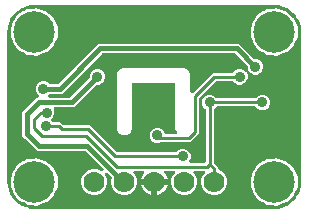
<source format=gbr>
G04 EAGLE Gerber RS-274X export*
G75*
%MOMM*%
%FSLAX34Y34*%
%LPD*%
%INBottom Copper*%
%IPPOS*%
%AMOC8*
5,1,8,0,0,1.08239X$1,22.5*%
G01*
%ADD10C,3.516000*%
%ADD11C,1.778000*%
%ADD12C,0.906400*%
%ADD13C,0.254000*%
%ADD14C,0.889000*%
%ADD15C,0.406400*%

G36*
X228622Y2543D02*
X228622Y2543D01*
X228700Y2545D01*
X232077Y2810D01*
X232145Y2824D01*
X232214Y2829D01*
X232370Y2869D01*
X238794Y4956D01*
X238901Y5006D01*
X239012Y5050D01*
X239063Y5083D01*
X239082Y5091D01*
X239097Y5104D01*
X239148Y5136D01*
X244612Y9107D01*
X244699Y9188D01*
X244746Y9227D01*
X244752Y9231D01*
X244753Y9233D01*
X244791Y9264D01*
X244829Y9310D01*
X244844Y9324D01*
X244855Y9341D01*
X244893Y9387D01*
X246586Y11717D01*
X246599Y11741D01*
X246616Y11761D01*
X246675Y11879D01*
X246739Y11996D01*
X246746Y12022D01*
X246758Y12046D01*
X246785Y12174D01*
X246799Y12185D01*
X246823Y12196D01*
X246925Y12281D01*
X247031Y12361D01*
X247048Y12382D01*
X247068Y12398D01*
X247171Y12522D01*
X248864Y14852D01*
X248921Y14956D01*
X248985Y15056D01*
X249007Y15113D01*
X249017Y15131D01*
X249022Y15151D01*
X249044Y15206D01*
X251131Y21630D01*
X251144Y21698D01*
X251167Y21764D01*
X251190Y21923D01*
X251455Y25300D01*
X251455Y25304D01*
X251456Y25307D01*
X251455Y25326D01*
X251459Y25400D01*
X251459Y152400D01*
X251457Y152422D01*
X251455Y152500D01*
X251190Y155877D01*
X251176Y155945D01*
X251171Y156014D01*
X251131Y156170D01*
X249044Y162594D01*
X248993Y162701D01*
X248950Y162812D01*
X248917Y162863D01*
X248909Y162882D01*
X248896Y162897D01*
X248864Y162948D01*
X247171Y165278D01*
X247153Y165297D01*
X247139Y165320D01*
X247044Y165413D01*
X246953Y165509D01*
X246931Y165524D01*
X246912Y165542D01*
X246798Y165608D01*
X246792Y165624D01*
X246789Y165651D01*
X246740Y165775D01*
X246697Y165900D01*
X246682Y165922D01*
X246672Y165947D01*
X246586Y166083D01*
X244893Y168412D01*
X244812Y168499D01*
X244736Y168591D01*
X244690Y168629D01*
X244676Y168644D01*
X244658Y168655D01*
X244612Y168693D01*
X239148Y172664D01*
X239044Y172721D01*
X238944Y172785D01*
X238887Y172807D01*
X238869Y172817D01*
X238849Y172822D01*
X238794Y172844D01*
X232370Y174931D01*
X232302Y174944D01*
X232236Y174967D01*
X232077Y174990D01*
X228700Y175255D01*
X228678Y175254D01*
X228600Y175259D01*
X25400Y175259D01*
X25378Y175257D01*
X25300Y175255D01*
X21923Y174990D01*
X21855Y174976D01*
X21786Y174971D01*
X21630Y174931D01*
X18892Y174041D01*
X18867Y174030D01*
X18841Y174024D01*
X18724Y173963D01*
X18604Y173906D01*
X18583Y173889D01*
X18560Y173877D01*
X18462Y173789D01*
X18445Y173788D01*
X18418Y173793D01*
X18286Y173785D01*
X18153Y173783D01*
X18128Y173775D01*
X18101Y173774D01*
X17945Y173734D01*
X15206Y172844D01*
X15099Y172793D01*
X14988Y172750D01*
X14937Y172717D01*
X14918Y172709D01*
X14903Y172696D01*
X14852Y172664D01*
X9388Y168693D01*
X9301Y168612D01*
X9209Y168536D01*
X9171Y168490D01*
X9156Y168476D01*
X9145Y168458D01*
X9107Y168412D01*
X5136Y162948D01*
X5079Y162844D01*
X5015Y162744D01*
X4993Y162687D01*
X4983Y162669D01*
X4978Y162649D01*
X4956Y162594D01*
X2869Y156170D01*
X2856Y156102D01*
X2833Y156036D01*
X2810Y155877D01*
X2545Y152500D01*
X2546Y152478D01*
X2541Y152400D01*
X2541Y25400D01*
X2543Y25378D01*
X2545Y25300D01*
X2810Y21923D01*
X2824Y21855D01*
X2829Y21786D01*
X2869Y21630D01*
X4956Y15206D01*
X5006Y15099D01*
X5050Y14988D01*
X5083Y14937D01*
X5091Y14918D01*
X5104Y14903D01*
X5136Y14852D01*
X9107Y9388D01*
X9127Y9366D01*
X9138Y9348D01*
X9184Y9305D01*
X9188Y9301D01*
X9264Y9209D01*
X9310Y9171D01*
X9324Y9156D01*
X9342Y9145D01*
X9388Y9107D01*
X14852Y5136D01*
X14956Y5079D01*
X15056Y5015D01*
X15113Y4993D01*
X15131Y4983D01*
X15151Y4978D01*
X15206Y4956D01*
X17945Y4066D01*
X17971Y4061D01*
X17996Y4051D01*
X18127Y4031D01*
X18257Y4006D01*
X18284Y4008D01*
X18310Y4004D01*
X18441Y4018D01*
X18455Y4008D01*
X18474Y3989D01*
X18585Y3917D01*
X18694Y3842D01*
X18719Y3832D01*
X18742Y3818D01*
X18891Y3759D01*
X21630Y2869D01*
X21698Y2856D01*
X21764Y2833D01*
X21923Y2810D01*
X25300Y2545D01*
X25322Y2546D01*
X25400Y2541D01*
X228600Y2541D01*
X228622Y2543D01*
G37*
%LPC*%
G36*
X74027Y14477D02*
X74027Y14477D01*
X70013Y16140D01*
X66940Y19213D01*
X65277Y23227D01*
X65277Y27573D01*
X66940Y31587D01*
X70013Y34660D01*
X74027Y36323D01*
X78373Y36323D01*
X82231Y34724D01*
X82299Y34706D01*
X82363Y34678D01*
X82452Y34664D01*
X82538Y34640D01*
X82608Y34639D01*
X82677Y34628D01*
X82766Y34637D01*
X82856Y34635D01*
X82924Y34652D01*
X82994Y34658D01*
X83078Y34689D01*
X83165Y34710D01*
X83227Y34742D01*
X83293Y34766D01*
X83367Y34816D01*
X83447Y34858D01*
X83498Y34905D01*
X83556Y34944D01*
X83616Y35012D01*
X83682Y35072D01*
X83720Y35130D01*
X83766Y35183D01*
X83807Y35263D01*
X83857Y35338D01*
X83879Y35404D01*
X83911Y35466D01*
X83931Y35554D01*
X83960Y35639D01*
X83965Y35708D01*
X83981Y35776D01*
X83978Y35866D01*
X83985Y35956D01*
X83973Y36024D01*
X83971Y36094D01*
X83946Y36180D01*
X83931Y36269D01*
X83902Y36333D01*
X83883Y36400D01*
X83837Y36477D01*
X83800Y36559D01*
X83757Y36614D01*
X83721Y36674D01*
X83615Y36794D01*
X68966Y51444D01*
X68887Y51504D01*
X68815Y51572D01*
X68762Y51601D01*
X68714Y51638D01*
X68623Y51678D01*
X68537Y51726D01*
X68478Y51741D01*
X68423Y51765D01*
X68325Y51780D01*
X68229Y51805D01*
X68129Y51811D01*
X68108Y51815D01*
X68096Y51813D01*
X68068Y51815D01*
X27526Y51815D01*
X24774Y54568D01*
X17738Y61604D01*
X14985Y64356D01*
X14985Y84234D01*
X27526Y96775D01*
X28037Y96775D01*
X28175Y96792D01*
X28313Y96805D01*
X28332Y96812D01*
X28353Y96815D01*
X28482Y96866D01*
X28613Y96913D01*
X28630Y96924D01*
X28648Y96932D01*
X28761Y97013D01*
X28876Y97091D01*
X28889Y97107D01*
X28906Y97118D01*
X28994Y97226D01*
X29086Y97330D01*
X29096Y97348D01*
X29108Y97363D01*
X29168Y97489D01*
X29231Y97613D01*
X29235Y97633D01*
X29244Y97651D01*
X29270Y97788D01*
X29301Y97923D01*
X29300Y97944D01*
X29304Y97963D01*
X29295Y98102D01*
X29291Y98241D01*
X29285Y98261D01*
X29284Y98281D01*
X29241Y98413D01*
X29203Y98547D01*
X29192Y98564D01*
X29186Y98583D01*
X29112Y98701D01*
X29041Y98821D01*
X29022Y98842D01*
X29016Y98852D01*
X29001Y98866D01*
X28935Y98941D01*
X27455Y100421D01*
X26455Y102834D01*
X26455Y105446D01*
X27455Y107859D01*
X29301Y109705D01*
X31714Y110705D01*
X34326Y110705D01*
X36739Y109705D01*
X37867Y108576D01*
X37946Y108516D01*
X38018Y108448D01*
X38071Y108419D01*
X38119Y108382D01*
X38210Y108342D01*
X38296Y108294D01*
X38355Y108279D01*
X38411Y108255D01*
X38509Y108240D01*
X38604Y108215D01*
X38704Y108209D01*
X38725Y108205D01*
X38737Y108207D01*
X38765Y108205D01*
X44781Y108205D01*
X44879Y108217D01*
X44978Y108220D01*
X45036Y108237D01*
X45096Y108245D01*
X45188Y108281D01*
X45283Y108309D01*
X45335Y108339D01*
X45392Y108362D01*
X45472Y108420D01*
X45557Y108470D01*
X45633Y108536D01*
X45649Y108548D01*
X45657Y108558D01*
X45678Y108576D01*
X79596Y142495D01*
X198534Y142495D01*
X211292Y129736D01*
X211370Y129676D01*
X211442Y129608D01*
X211495Y129579D01*
X211543Y129542D01*
X211634Y129502D01*
X211721Y129454D01*
X211779Y129439D01*
X211835Y129415D01*
X211933Y129400D01*
X212029Y129375D01*
X212129Y129369D01*
X212149Y129365D01*
X212161Y129367D01*
X212189Y129365D01*
X213786Y129365D01*
X216199Y128365D01*
X218045Y126519D01*
X219045Y124106D01*
X219045Y121494D01*
X218045Y119081D01*
X216199Y117235D01*
X213786Y116235D01*
X211174Y116235D01*
X208761Y117235D01*
X207330Y118666D01*
X207275Y118709D01*
X207227Y118759D01*
X207150Y118806D01*
X207079Y118861D01*
X207015Y118888D01*
X206955Y118925D01*
X206870Y118951D01*
X206787Y118987D01*
X206718Y118998D01*
X206664Y119015D01*
X206671Y119034D01*
X206681Y119123D01*
X206701Y119211D01*
X206699Y119281D01*
X206706Y119350D01*
X206694Y119439D01*
X206691Y119529D01*
X206672Y119596D01*
X206662Y119665D01*
X206610Y119817D01*
X205915Y121494D01*
X205915Y123091D01*
X205903Y123189D01*
X205900Y123288D01*
X205883Y123346D01*
X205875Y123406D01*
X205839Y123498D01*
X205811Y123593D01*
X205781Y123645D01*
X205758Y123702D01*
X205700Y123782D01*
X205650Y123867D01*
X205584Y123943D01*
X205572Y123959D01*
X205562Y123967D01*
X205544Y123988D01*
X195538Y133994D01*
X195460Y134054D01*
X195388Y134122D01*
X195335Y134151D01*
X195287Y134188D01*
X195196Y134228D01*
X195109Y134276D01*
X195051Y134291D01*
X194995Y134315D01*
X194897Y134330D01*
X194801Y134355D01*
X194701Y134361D01*
X194681Y134365D01*
X194669Y134363D01*
X194641Y134365D01*
X83489Y134365D01*
X83391Y134353D01*
X83292Y134350D01*
X83234Y134333D01*
X83174Y134325D01*
X83082Y134289D01*
X82987Y134261D01*
X82935Y134231D01*
X82878Y134208D01*
X82798Y134150D01*
X82713Y134100D01*
X82637Y134034D01*
X82621Y134022D01*
X82613Y134012D01*
X82592Y133994D01*
X48674Y100075D01*
X38765Y100075D01*
X38667Y100063D01*
X38568Y100060D01*
X38510Y100043D01*
X38449Y100035D01*
X38357Y99999D01*
X38262Y99971D01*
X38210Y99941D01*
X38154Y99918D01*
X38074Y99860D01*
X37988Y99810D01*
X37913Y99744D01*
X37896Y99732D01*
X37889Y99722D01*
X37867Y99704D01*
X37105Y98941D01*
X37020Y98832D01*
X36932Y98725D01*
X36923Y98706D01*
X36910Y98690D01*
X36855Y98562D01*
X36796Y98437D01*
X36792Y98417D01*
X36784Y98398D01*
X36762Y98260D01*
X36736Y98124D01*
X36737Y98104D01*
X36734Y98084D01*
X36747Y97945D01*
X36756Y97807D01*
X36762Y97788D01*
X36764Y97768D01*
X36811Y97636D01*
X36854Y97505D01*
X36865Y97487D01*
X36872Y97468D01*
X36950Y97354D01*
X37024Y97236D01*
X37039Y97222D01*
X37050Y97205D01*
X37154Y97113D01*
X37256Y97018D01*
X37274Y97008D01*
X37289Y96995D01*
X37412Y96932D01*
X37534Y96864D01*
X37554Y96859D01*
X37572Y96850D01*
X37708Y96820D01*
X37842Y96785D01*
X37870Y96783D01*
X37882Y96780D01*
X37903Y96781D01*
X38003Y96775D01*
X54941Y96775D01*
X55039Y96787D01*
X55138Y96790D01*
X55196Y96807D01*
X55256Y96815D01*
X55348Y96851D01*
X55443Y96879D01*
X55495Y96909D01*
X55552Y96932D01*
X55632Y96990D01*
X55717Y97040D01*
X55793Y97106D01*
X55809Y97118D01*
X55817Y97128D01*
X55838Y97146D01*
X71891Y113199D01*
X71951Y113277D01*
X72019Y113349D01*
X72048Y113402D01*
X72085Y113450D01*
X72125Y113541D01*
X72173Y113628D01*
X72188Y113686D01*
X72212Y113742D01*
X72227Y113840D01*
X72252Y113936D01*
X72258Y114036D01*
X72262Y114056D01*
X72260Y114068D01*
X72262Y114096D01*
X72262Y115589D01*
X73248Y117969D01*
X75071Y119792D01*
X77451Y120778D01*
X80029Y120778D01*
X82409Y119792D01*
X84232Y117969D01*
X85218Y115589D01*
X85218Y113011D01*
X84232Y110631D01*
X82409Y108808D01*
X80029Y107822D01*
X78536Y107822D01*
X78438Y107810D01*
X78339Y107807D01*
X78281Y107790D01*
X78221Y107782D01*
X78129Y107746D01*
X78034Y107718D01*
X77982Y107688D01*
X77925Y107665D01*
X77845Y107607D01*
X77760Y107557D01*
X77684Y107491D01*
X77668Y107479D01*
X77660Y107469D01*
X77639Y107451D01*
X58834Y88645D01*
X42886Y88645D01*
X42837Y88639D01*
X42787Y88641D01*
X42680Y88619D01*
X42571Y88605D01*
X42524Y88587D01*
X42476Y88577D01*
X42377Y88529D01*
X42275Y88488D01*
X42235Y88459D01*
X42190Y88437D01*
X42107Y88366D01*
X42018Y88302D01*
X41986Y88263D01*
X41948Y88231D01*
X41885Y88141D01*
X41815Y88057D01*
X41794Y88012D01*
X41765Y87971D01*
X41726Y87868D01*
X41679Y87769D01*
X41670Y87720D01*
X41652Y87674D01*
X41640Y87564D01*
X41619Y87457D01*
X41623Y87407D01*
X41617Y87358D01*
X41632Y87249D01*
X41639Y87139D01*
X41655Y87092D01*
X41661Y87043D01*
X41714Y86890D01*
X42351Y85352D01*
X42351Y82740D01*
X41351Y80327D01*
X40026Y79003D01*
X39953Y78908D01*
X39875Y78819D01*
X39856Y78783D01*
X39832Y78751D01*
X39784Y78642D01*
X39730Y78536D01*
X39721Y78497D01*
X39705Y78459D01*
X39686Y78342D01*
X39660Y78226D01*
X39662Y78185D01*
X39655Y78145D01*
X39666Y78027D01*
X39670Y77908D01*
X39681Y77869D01*
X39685Y77829D01*
X39725Y77716D01*
X39758Y77602D01*
X39779Y77568D01*
X39793Y77529D01*
X39860Y77431D01*
X39920Y77328D01*
X39960Y77283D01*
X39971Y77266D01*
X39987Y77253D01*
X40026Y77208D01*
X41169Y76064D01*
X41248Y76004D01*
X41320Y75936D01*
X41373Y75907D01*
X41421Y75870D01*
X41512Y75830D01*
X41598Y75782D01*
X41657Y75767D01*
X41713Y75743D01*
X41811Y75728D01*
X41906Y75703D01*
X42006Y75697D01*
X42027Y75693D01*
X42039Y75695D01*
X42067Y75693D01*
X47320Y75693D01*
X49488Y73524D01*
X49566Y73464D01*
X49638Y73396D01*
X49691Y73367D01*
X49739Y73330D01*
X49830Y73290D01*
X49917Y73242D01*
X49975Y73227D01*
X50031Y73203D01*
X50129Y73188D01*
X50225Y73163D01*
X50325Y73157D01*
X50345Y73153D01*
X50357Y73155D01*
X50385Y73153D01*
X72488Y73153D01*
X74794Y70847D01*
X74794Y70846D01*
X94976Y50664D01*
X95055Y50604D01*
X95127Y50536D01*
X95180Y50507D01*
X95228Y50470D01*
X95319Y50430D01*
X95405Y50382D01*
X95464Y50367D01*
X95519Y50343D01*
X95617Y50328D01*
X95713Y50303D01*
X95813Y50297D01*
X95834Y50293D01*
X95846Y50295D01*
X95874Y50293D01*
X144623Y50293D01*
X144721Y50305D01*
X144820Y50308D01*
X144878Y50325D01*
X144939Y50333D01*
X145031Y50369D01*
X145126Y50397D01*
X145178Y50427D01*
X145234Y50450D01*
X145314Y50508D01*
X145400Y50558D01*
X145475Y50624D01*
X145492Y50636D01*
X145499Y50646D01*
X145521Y50664D01*
X147411Y52555D01*
X149824Y53555D01*
X152436Y53555D01*
X154849Y52555D01*
X156695Y50709D01*
X157695Y48296D01*
X157695Y45684D01*
X156727Y43348D01*
X156714Y43300D01*
X156693Y43255D01*
X156672Y43147D01*
X156643Y43041D01*
X156642Y42991D01*
X156633Y42942D01*
X156640Y42833D01*
X156638Y42723D01*
X156650Y42675D01*
X156653Y42625D01*
X156686Y42521D01*
X156712Y42414D01*
X156735Y42370D01*
X156751Y42323D01*
X156809Y42230D01*
X156861Y42133D01*
X156894Y42096D01*
X156921Y42054D01*
X157001Y41979D01*
X157075Y41897D01*
X157116Y41870D01*
X157152Y41836D01*
X157249Y41783D01*
X157340Y41723D01*
X157387Y41706D01*
X157431Y41682D01*
X157537Y41655D01*
X157641Y41619D01*
X157691Y41615D01*
X157739Y41603D01*
X157900Y41593D01*
X169228Y41593D01*
X169346Y41608D01*
X169465Y41615D01*
X169503Y41628D01*
X169544Y41633D01*
X169654Y41676D01*
X169767Y41713D01*
X169802Y41735D01*
X169839Y41750D01*
X169935Y41819D01*
X170036Y41883D01*
X170064Y41913D01*
X170097Y41936D01*
X170173Y42028D01*
X170254Y42115D01*
X170274Y42150D01*
X170299Y42181D01*
X170350Y42289D01*
X170408Y42393D01*
X170418Y42433D01*
X170435Y42469D01*
X170457Y42586D01*
X170487Y42701D01*
X170491Y42761D01*
X170495Y42781D01*
X170493Y42802D01*
X170497Y42862D01*
X170497Y86203D01*
X170485Y86301D01*
X170482Y86400D01*
X170465Y86458D01*
X170457Y86519D01*
X170421Y86611D01*
X170393Y86706D01*
X170363Y86758D01*
X170340Y86814D01*
X170282Y86894D01*
X170232Y86980D01*
X170166Y87055D01*
X170154Y87072D01*
X170144Y87079D01*
X170126Y87101D01*
X168235Y88991D01*
X167235Y91404D01*
X167235Y94016D01*
X168235Y96429D01*
X170081Y98275D01*
X172494Y99275D01*
X175106Y99275D01*
X177519Y98275D01*
X179409Y96384D01*
X179488Y96324D01*
X179560Y96256D01*
X179613Y96227D01*
X179661Y96190D01*
X179752Y96150D01*
X179838Y96102D01*
X179897Y96087D01*
X179953Y96063D01*
X180051Y96048D01*
X180146Y96023D01*
X180246Y96017D01*
X180267Y96013D01*
X180279Y96015D01*
X180307Y96013D01*
X211933Y96013D01*
X212031Y96025D01*
X212130Y96028D01*
X212188Y96045D01*
X212249Y96053D01*
X212341Y96089D01*
X212436Y96117D01*
X212488Y96147D01*
X212544Y96170D01*
X212624Y96228D01*
X212710Y96278D01*
X212785Y96344D01*
X212802Y96356D01*
X212809Y96366D01*
X212831Y96384D01*
X214721Y98275D01*
X217134Y99275D01*
X219746Y99275D01*
X222159Y98275D01*
X224005Y96429D01*
X225005Y94016D01*
X225005Y91404D01*
X224005Y88991D01*
X222159Y87145D01*
X219746Y86145D01*
X217134Y86145D01*
X214721Y87145D01*
X212831Y89036D01*
X212752Y89096D01*
X212680Y89164D01*
X212627Y89193D01*
X212579Y89230D01*
X212488Y89270D01*
X212402Y89318D01*
X212343Y89333D01*
X212287Y89357D01*
X212189Y89372D01*
X212094Y89397D01*
X211994Y89403D01*
X211973Y89407D01*
X211961Y89405D01*
X211933Y89407D01*
X180307Y89407D01*
X180209Y89395D01*
X180110Y89392D01*
X180052Y89375D01*
X179991Y89367D01*
X179899Y89331D01*
X179804Y89303D01*
X179752Y89273D01*
X179696Y89250D01*
X179616Y89192D01*
X179530Y89142D01*
X179455Y89076D01*
X179438Y89064D01*
X179431Y89054D01*
X179409Y89036D01*
X177474Y87101D01*
X177414Y87022D01*
X177346Y86950D01*
X177317Y86897D01*
X177280Y86849D01*
X177240Y86758D01*
X177192Y86672D01*
X177177Y86613D01*
X177153Y86557D01*
X177138Y86459D01*
X177113Y86364D01*
X177107Y86264D01*
X177103Y86243D01*
X177105Y86231D01*
X177103Y86203D01*
X177103Y42534D01*
X177115Y42436D01*
X177118Y42337D01*
X177135Y42278D01*
X177143Y42218D01*
X177179Y42126D01*
X177207Y42031D01*
X177237Y41979D01*
X177260Y41923D01*
X177318Y41843D01*
X177368Y41757D01*
X177434Y41682D01*
X177446Y41665D01*
X177456Y41657D01*
X177474Y41636D01*
X181103Y38008D01*
X181103Y36703D01*
X181106Y36673D01*
X181104Y36644D01*
X181126Y36516D01*
X181143Y36387D01*
X181153Y36360D01*
X181158Y36331D01*
X181212Y36212D01*
X181260Y36091D01*
X181277Y36068D01*
X181289Y36041D01*
X181370Y35939D01*
X181446Y35834D01*
X181469Y35815D01*
X181488Y35792D01*
X181591Y35714D01*
X181691Y35631D01*
X181718Y35619D01*
X181742Y35601D01*
X181886Y35530D01*
X183987Y34660D01*
X187060Y31587D01*
X188723Y27573D01*
X188723Y23227D01*
X187060Y19213D01*
X183987Y16140D01*
X179973Y14477D01*
X175627Y14477D01*
X171613Y16140D01*
X168540Y19213D01*
X166877Y23227D01*
X166877Y27573D01*
X168540Y31587D01*
X169773Y32821D01*
X169859Y32930D01*
X169947Y33037D01*
X169956Y33056D01*
X169968Y33072D01*
X170024Y33199D01*
X170083Y33325D01*
X170087Y33345D01*
X170095Y33364D01*
X170117Y33502D01*
X170143Y33638D01*
X170141Y33658D01*
X170145Y33678D01*
X170132Y33817D01*
X170123Y33955D01*
X170117Y33974D01*
X170115Y33994D01*
X170068Y34126D01*
X170025Y34257D01*
X170014Y34275D01*
X170007Y34294D01*
X169929Y34409D01*
X169855Y34526D01*
X169840Y34540D01*
X169829Y34557D01*
X169724Y34649D01*
X169623Y34744D01*
X169605Y34754D01*
X169590Y34767D01*
X169466Y34831D01*
X169345Y34898D01*
X169325Y34903D01*
X169307Y34912D01*
X169171Y34942D01*
X169037Y34977D01*
X169009Y34979D01*
X168997Y34982D01*
X168976Y34981D01*
X168876Y34987D01*
X161324Y34987D01*
X161186Y34970D01*
X161048Y34957D01*
X161029Y34950D01*
X161008Y34947D01*
X160879Y34896D01*
X160748Y34849D01*
X160732Y34838D01*
X160713Y34830D01*
X160601Y34749D01*
X160485Y34671D01*
X160472Y34655D01*
X160455Y34644D01*
X160367Y34536D01*
X160275Y34432D01*
X160266Y34414D01*
X160253Y34399D01*
X160193Y34273D01*
X160130Y34149D01*
X160126Y34129D01*
X160117Y34111D01*
X160091Y33974D01*
X160061Y33839D01*
X160061Y33818D01*
X160057Y33799D01*
X160066Y33660D01*
X160070Y33521D01*
X160076Y33501D01*
X160077Y33481D01*
X160120Y33349D01*
X160159Y33215D01*
X160169Y33198D01*
X160175Y33179D01*
X160250Y33061D01*
X160320Y32941D01*
X160339Y32920D01*
X160345Y32910D01*
X160360Y32896D01*
X160427Y32821D01*
X161660Y31587D01*
X163323Y27573D01*
X163323Y23227D01*
X161660Y19213D01*
X158587Y16140D01*
X154573Y14477D01*
X150227Y14477D01*
X146213Y16140D01*
X143140Y19213D01*
X141477Y23227D01*
X141477Y27573D01*
X143140Y31587D01*
X144373Y32821D01*
X144459Y32930D01*
X144547Y33037D01*
X144556Y33056D01*
X144568Y33072D01*
X144624Y33199D01*
X144683Y33325D01*
X144687Y33345D01*
X144695Y33364D01*
X144717Y33502D01*
X144743Y33638D01*
X144741Y33658D01*
X144745Y33678D01*
X144732Y33817D01*
X144723Y33955D01*
X144717Y33974D01*
X144715Y33994D01*
X144668Y34126D01*
X144625Y34257D01*
X144614Y34275D01*
X144607Y34294D01*
X144529Y34409D01*
X144455Y34526D01*
X144440Y34540D01*
X144429Y34557D01*
X144324Y34649D01*
X144223Y34744D01*
X144205Y34754D01*
X144190Y34767D01*
X144066Y34831D01*
X143945Y34898D01*
X143925Y34903D01*
X143907Y34912D01*
X143771Y34942D01*
X143637Y34977D01*
X143609Y34979D01*
X143597Y34982D01*
X143576Y34981D01*
X143476Y34987D01*
X136642Y34987D01*
X136504Y34970D01*
X136366Y34957D01*
X136347Y34950D01*
X136327Y34947D01*
X136197Y34896D01*
X136066Y34849D01*
X136050Y34838D01*
X136031Y34830D01*
X135918Y34749D01*
X135803Y34670D01*
X135790Y34655D01*
X135774Y34644D01*
X135685Y34536D01*
X135593Y34432D01*
X135584Y34414D01*
X135571Y34399D01*
X135512Y34273D01*
X135448Y34149D01*
X135444Y34129D01*
X135436Y34111D01*
X135409Y33974D01*
X135379Y33838D01*
X135380Y33818D01*
X135376Y33799D01*
X135384Y33659D01*
X135389Y33520D01*
X135394Y33501D01*
X135396Y33481D01*
X135438Y33349D01*
X135477Y33215D01*
X135487Y33198D01*
X135494Y33179D01*
X135568Y33061D01*
X135639Y32941D01*
X135657Y32920D01*
X135664Y32910D01*
X135679Y32896D01*
X135704Y32867D01*
X136777Y31391D01*
X137593Y29788D01*
X138149Y28077D01*
X138177Y27899D01*
X128230Y27899D01*
X128112Y27884D01*
X127993Y27877D01*
X127955Y27864D01*
X127915Y27859D01*
X127804Y27816D01*
X127691Y27779D01*
X127657Y27757D01*
X127619Y27742D01*
X127523Y27673D01*
X127422Y27609D01*
X127394Y27579D01*
X127362Y27556D01*
X127286Y27464D01*
X127204Y27377D01*
X127185Y27342D01*
X127159Y27311D01*
X127108Y27203D01*
X127051Y27099D01*
X127041Y27059D01*
X127023Y27023D01*
X127003Y26916D01*
X126999Y26946D01*
X126955Y27056D01*
X126919Y27169D01*
X126897Y27204D01*
X126882Y27241D01*
X126812Y27337D01*
X126749Y27438D01*
X126719Y27466D01*
X126695Y27499D01*
X126604Y27575D01*
X126517Y27656D01*
X126482Y27676D01*
X126450Y27701D01*
X126343Y27752D01*
X126238Y27810D01*
X126199Y27820D01*
X126163Y27837D01*
X126046Y27859D01*
X125930Y27889D01*
X125870Y27893D01*
X125850Y27897D01*
X125830Y27895D01*
X125770Y27899D01*
X115823Y27899D01*
X115851Y28077D01*
X116407Y29788D01*
X117223Y31391D01*
X118340Y32927D01*
X118344Y32935D01*
X118429Y33037D01*
X118437Y33056D01*
X118450Y33071D01*
X118505Y33199D01*
X118564Y33325D01*
X118568Y33345D01*
X118576Y33363D01*
X118598Y33501D01*
X118624Y33638D01*
X118623Y33657D01*
X118626Y33677D01*
X118613Y33816D01*
X118604Y33955D01*
X118598Y33974D01*
X118596Y33994D01*
X118549Y34125D01*
X118506Y34257D01*
X118496Y34274D01*
X118489Y34293D01*
X118411Y34408D01*
X118336Y34526D01*
X118322Y34540D01*
X118310Y34556D01*
X118206Y34649D01*
X118105Y34744D01*
X118087Y34754D01*
X118072Y34767D01*
X117948Y34830D01*
X117826Y34898D01*
X117807Y34903D01*
X117789Y34912D01*
X117653Y34942D01*
X117518Y34977D01*
X117491Y34979D01*
X117479Y34981D01*
X117458Y34981D01*
X117358Y34987D01*
X110524Y34987D01*
X110386Y34970D01*
X110248Y34957D01*
X110229Y34950D01*
X110208Y34947D01*
X110079Y34896D01*
X109948Y34849D01*
X109932Y34838D01*
X109913Y34830D01*
X109801Y34749D01*
X109685Y34671D01*
X109672Y34655D01*
X109655Y34644D01*
X109567Y34536D01*
X109475Y34432D01*
X109466Y34414D01*
X109453Y34399D01*
X109393Y34273D01*
X109330Y34149D01*
X109326Y34129D01*
X109317Y34111D01*
X109291Y33974D01*
X109261Y33839D01*
X109261Y33818D01*
X109257Y33799D01*
X109266Y33660D01*
X109270Y33521D01*
X109276Y33501D01*
X109277Y33481D01*
X109320Y33349D01*
X109359Y33215D01*
X109369Y33198D01*
X109375Y33179D01*
X109450Y33061D01*
X109520Y32941D01*
X109539Y32920D01*
X109545Y32910D01*
X109560Y32896D01*
X109627Y32821D01*
X110860Y31587D01*
X112523Y27573D01*
X112523Y23227D01*
X110860Y19213D01*
X107787Y16140D01*
X103773Y14477D01*
X99427Y14477D01*
X95413Y16140D01*
X92340Y19213D01*
X90677Y23227D01*
X90677Y27573D01*
X90985Y28316D01*
X90993Y28344D01*
X91006Y28371D01*
X91035Y28498D01*
X91069Y28623D01*
X91070Y28652D01*
X91076Y28681D01*
X91072Y28811D01*
X91074Y28941D01*
X91067Y28969D01*
X91066Y28999D01*
X91030Y29124D01*
X91000Y29250D01*
X90986Y29276D01*
X90978Y29304D01*
X90912Y29416D01*
X90851Y29531D01*
X90831Y29553D01*
X90816Y29578D01*
X90710Y29699D01*
X87594Y32815D01*
X87539Y32858D01*
X87491Y32908D01*
X87414Y32955D01*
X87343Y33010D01*
X87279Y33037D01*
X87220Y33074D01*
X87134Y33100D01*
X87051Y33136D01*
X86982Y33147D01*
X86916Y33167D01*
X86826Y33172D01*
X86737Y33186D01*
X86668Y33179D01*
X86598Y33183D01*
X86510Y33164D01*
X86421Y33156D01*
X86355Y33132D01*
X86287Y33118D01*
X86206Y33079D01*
X86121Y33048D01*
X86064Y33009D01*
X86001Y32979D01*
X85933Y32920D01*
X85858Y32870D01*
X85812Y32817D01*
X85759Y32772D01*
X85707Y32699D01*
X85648Y32631D01*
X85616Y32569D01*
X85576Y32512D01*
X85544Y32428D01*
X85503Y32348D01*
X85488Y32280D01*
X85463Y32215D01*
X85453Y32125D01*
X85433Y32038D01*
X85436Y31968D01*
X85428Y31899D01*
X85440Y31810D01*
X85443Y31720D01*
X85463Y31653D01*
X85472Y31584D01*
X85524Y31431D01*
X87123Y27573D01*
X87123Y23227D01*
X85460Y19213D01*
X82387Y16140D01*
X78373Y14477D01*
X74027Y14477D01*
G37*
%LPD*%
%LPC*%
G36*
X128283Y58292D02*
X128283Y58292D01*
X125903Y59278D01*
X124080Y61101D01*
X123094Y63481D01*
X123094Y66059D01*
X124080Y68439D01*
X125903Y70262D01*
X128283Y71248D01*
X130861Y71248D01*
X133241Y70262D01*
X135064Y68439D01*
X135943Y66316D01*
X135958Y66291D01*
X135967Y66263D01*
X136036Y66153D01*
X136100Y66040D01*
X136121Y66019D01*
X136137Y65994D01*
X136231Y65905D01*
X136322Y65812D01*
X136347Y65796D01*
X136368Y65776D01*
X136482Y65713D01*
X136593Y65645D01*
X136621Y65637D01*
X136647Y65622D01*
X136773Y65590D01*
X136897Y65552D01*
X136926Y65550D01*
X136955Y65543D01*
X137116Y65533D01*
X144672Y65533D01*
X144730Y65540D01*
X144769Y65538D01*
X144845Y65554D01*
X144960Y65566D01*
X144973Y65571D01*
X144987Y65573D01*
X145044Y65595D01*
X145080Y65603D01*
X145148Y65635D01*
X145258Y65676D01*
X145270Y65684D01*
X145283Y65690D01*
X145333Y65726D01*
X145366Y65742D01*
X145422Y65790D01*
X145520Y65857D01*
X145529Y65868D01*
X145540Y65876D01*
X145580Y65925D01*
X145608Y65949D01*
X145650Y66008D01*
X145728Y66098D01*
X145734Y66111D01*
X145743Y66121D01*
X145770Y66178D01*
X145791Y66209D01*
X145817Y66278D01*
X145870Y66382D01*
X145873Y66396D01*
X145879Y66409D01*
X145890Y66470D01*
X145904Y66506D01*
X145912Y66582D01*
X145936Y66693D01*
X145936Y66708D01*
X145938Y66721D01*
X145935Y66782D01*
X145939Y66822D01*
X145928Y66901D01*
X145924Y67011D01*
X145920Y67025D01*
X145919Y67039D01*
X145901Y67094D01*
X145895Y67137D01*
X145843Y67289D01*
X145834Y67311D01*
X145832Y67316D01*
X145830Y67319D01*
X144779Y69857D01*
X144779Y107950D01*
X144764Y108068D01*
X144757Y108187D01*
X144744Y108225D01*
X144739Y108266D01*
X144696Y108376D01*
X144659Y108489D01*
X144637Y108524D01*
X144622Y108561D01*
X144553Y108657D01*
X144489Y108758D01*
X144459Y108786D01*
X144436Y108819D01*
X144344Y108895D01*
X144257Y108976D01*
X144222Y108996D01*
X144191Y109021D01*
X144083Y109072D01*
X143979Y109130D01*
X143939Y109140D01*
X143903Y109157D01*
X143786Y109179D01*
X143671Y109209D01*
X143611Y109213D01*
X143591Y109217D01*
X143570Y109215D01*
X143510Y109219D01*
X109220Y109219D01*
X109102Y109204D01*
X108983Y109197D01*
X108945Y109184D01*
X108904Y109179D01*
X108794Y109136D01*
X108681Y109099D01*
X108646Y109077D01*
X108609Y109062D01*
X108513Y108993D01*
X108412Y108929D01*
X108384Y108899D01*
X108351Y108876D01*
X108275Y108784D01*
X108194Y108697D01*
X108174Y108662D01*
X108149Y108631D01*
X108098Y108523D01*
X108040Y108419D01*
X108030Y108379D01*
X108013Y108343D01*
X107991Y108226D01*
X107961Y108111D01*
X107957Y108051D01*
X107953Y108031D01*
X107955Y108010D01*
X107951Y107950D01*
X107951Y69857D01*
X106984Y67523D01*
X105197Y65736D01*
X102863Y64769D01*
X100337Y64769D01*
X98003Y65736D01*
X96216Y67523D01*
X95249Y69857D01*
X95249Y116833D01*
X96216Y119167D01*
X98003Y120954D01*
X100337Y121921D01*
X152393Y121921D01*
X154727Y120954D01*
X156514Y119167D01*
X157481Y116833D01*
X157481Y101716D01*
X157498Y101578D01*
X157511Y101439D01*
X157518Y101420D01*
X157521Y101400D01*
X157572Y101271D01*
X157619Y101140D01*
X157630Y101123D01*
X157638Y101105D01*
X157719Y100992D01*
X157797Y100877D01*
X157813Y100864D01*
X157824Y100847D01*
X157932Y100759D01*
X158036Y100666D01*
X158054Y100657D01*
X158069Y100644D01*
X158195Y100585D01*
X158319Y100522D01*
X158339Y100517D01*
X158357Y100509D01*
X158493Y100483D01*
X158629Y100452D01*
X158650Y100453D01*
X158669Y100449D01*
X158808Y100458D01*
X158947Y100462D01*
X158967Y100468D01*
X158987Y100469D01*
X159119Y100512D01*
X159253Y100550D01*
X159270Y100561D01*
X159289Y100567D01*
X159407Y100641D01*
X159527Y100712D01*
X159548Y100730D01*
X159558Y100737D01*
X159572Y100752D01*
X159647Y100818D01*
X174126Y115296D01*
X176432Y117603D01*
X192883Y117603D01*
X192981Y117615D01*
X193080Y117618D01*
X193139Y117635D01*
X193199Y117643D01*
X193291Y117679D01*
X193386Y117707D01*
X193438Y117737D01*
X193494Y117760D01*
X193574Y117818D01*
X193660Y117868D01*
X193735Y117934D01*
X193752Y117946D01*
X193759Y117956D01*
X193781Y117974D01*
X195671Y119865D01*
X198084Y120865D01*
X200696Y120865D01*
X203109Y119865D01*
X204540Y118434D01*
X204595Y118391D01*
X204643Y118341D01*
X204720Y118294D01*
X204791Y118239D01*
X204855Y118212D01*
X204915Y118175D01*
X205000Y118149D01*
X205083Y118113D01*
X205152Y118102D01*
X205206Y118085D01*
X205199Y118066D01*
X205189Y117977D01*
X205169Y117889D01*
X205171Y117819D01*
X205164Y117750D01*
X205176Y117661D01*
X205179Y117571D01*
X205198Y117504D01*
X205208Y117435D01*
X205260Y117283D01*
X205955Y115606D01*
X205955Y112994D01*
X204955Y110581D01*
X203109Y108735D01*
X200696Y107735D01*
X198084Y107735D01*
X195671Y108735D01*
X193781Y110626D01*
X193702Y110686D01*
X193630Y110754D01*
X193577Y110783D01*
X193529Y110820D01*
X193438Y110860D01*
X193352Y110908D01*
X193293Y110923D01*
X193237Y110947D01*
X193139Y110962D01*
X193044Y110987D01*
X192944Y110993D01*
X192923Y110997D01*
X192911Y110995D01*
X192883Y110997D01*
X179694Y110997D01*
X179596Y110985D01*
X179497Y110982D01*
X179438Y110965D01*
X179378Y110957D01*
X179286Y110921D01*
X179191Y110893D01*
X179139Y110863D01*
X179083Y110840D01*
X179003Y110782D01*
X178917Y110732D01*
X178842Y110666D01*
X178825Y110654D01*
X178817Y110644D01*
X178796Y110626D01*
X164964Y96794D01*
X164904Y96715D01*
X164836Y96643D01*
X164807Y96590D01*
X164770Y96542D01*
X164730Y96451D01*
X164682Y96365D01*
X164667Y96306D01*
X164643Y96251D01*
X164628Y96153D01*
X164603Y96057D01*
X164597Y95957D01*
X164593Y95936D01*
X164595Y95924D01*
X164593Y95896D01*
X164593Y65942D01*
X157578Y58927D01*
X132646Y58927D01*
X132637Y58926D01*
X132628Y58927D01*
X132479Y58906D01*
X132330Y58887D01*
X132322Y58884D01*
X132313Y58883D01*
X132160Y58831D01*
X130861Y58292D01*
X128283Y58292D01*
G37*
%LPD*%
%LPC*%
G36*
X226876Y5780D02*
X226876Y5780D01*
X226858Y5780D01*
X226743Y5787D01*
X224699Y5787D01*
X224151Y6014D01*
X224052Y6041D01*
X223957Y6077D01*
X223865Y6092D01*
X223844Y6098D01*
X223831Y6098D01*
X223798Y6104D01*
X222379Y6253D01*
X219415Y7964D01*
X219413Y7965D01*
X219410Y7967D01*
X219266Y8038D01*
X217490Y8773D01*
X216893Y9370D01*
X216826Y9422D01*
X216765Y9483D01*
X216651Y9558D01*
X216642Y9565D01*
X216638Y9567D01*
X216631Y9572D01*
X215129Y10439D01*
X213339Y12903D01*
X213326Y12917D01*
X213316Y12933D01*
X213209Y13054D01*
X211973Y14290D01*
X211557Y15296D01*
X211522Y15356D01*
X211497Y15420D01*
X211411Y15556D01*
X210208Y17211D01*
X209647Y19849D01*
X209636Y19883D01*
X209631Y19919D01*
X209579Y20071D01*
X208987Y21499D01*
X208987Y22822D01*
X208981Y22874D01*
X208983Y22926D01*
X208960Y23086D01*
X208468Y25400D01*
X208960Y27714D01*
X208964Y27767D01*
X208977Y27817D01*
X208987Y27978D01*
X208987Y29301D01*
X209579Y30729D01*
X209588Y30763D01*
X209604Y30795D01*
X209647Y30951D01*
X210208Y33589D01*
X211411Y35244D01*
X211444Y35305D01*
X211486Y35360D01*
X211557Y35504D01*
X211973Y36510D01*
X213209Y37746D01*
X213221Y37761D01*
X213236Y37773D01*
X213339Y37897D01*
X215129Y40361D01*
X216631Y41228D01*
X216699Y41280D01*
X216773Y41324D01*
X216875Y41414D01*
X216884Y41421D01*
X216887Y41424D01*
X216893Y41430D01*
X217490Y42027D01*
X219266Y42762D01*
X219268Y42764D01*
X219271Y42764D01*
X219415Y42836D01*
X222379Y44547D01*
X223798Y44696D01*
X223898Y44720D01*
X223999Y44734D01*
X224087Y44764D01*
X224108Y44769D01*
X224120Y44775D01*
X224151Y44786D01*
X224699Y45013D01*
X226743Y45013D01*
X226760Y45015D01*
X226876Y45020D01*
X230704Y45422D01*
X231773Y45075D01*
X231890Y45053D01*
X232005Y45023D01*
X232065Y45019D01*
X232085Y45015D01*
X232106Y45017D01*
X232165Y45013D01*
X232501Y45013D01*
X234409Y44222D01*
X234430Y44217D01*
X234503Y44188D01*
X238666Y42835D01*
X239278Y42285D01*
X239389Y42207D01*
X239497Y42126D01*
X239527Y42111D01*
X239539Y42103D01*
X239559Y42096D01*
X239641Y42055D01*
X239710Y42027D01*
X241005Y40732D01*
X241019Y40721D01*
X241053Y40686D01*
X244887Y37234D01*
X245100Y36756D01*
X245179Y36626D01*
X245450Y35971D01*
X245455Y35962D01*
X245463Y35941D01*
X248292Y29586D01*
X248292Y21214D01*
X245463Y14859D01*
X245460Y14849D01*
X245450Y14829D01*
X245194Y14211D01*
X245175Y14187D01*
X245170Y14178D01*
X245168Y14175D01*
X245163Y14165D01*
X245100Y14044D01*
X244985Y13785D01*
X244977Y13759D01*
X244964Y13736D01*
X244931Y13607D01*
X244914Y13552D01*
X244880Y13536D01*
X244860Y13519D01*
X244836Y13507D01*
X244710Y13407D01*
X241053Y10114D01*
X241041Y10100D01*
X241005Y10068D01*
X239710Y8773D01*
X239641Y8745D01*
X239524Y8678D01*
X239404Y8615D01*
X239377Y8594D01*
X239365Y8587D01*
X239350Y8572D01*
X239278Y8515D01*
X238666Y7965D01*
X234502Y6612D01*
X234483Y6603D01*
X234409Y6577D01*
X232501Y5787D01*
X232165Y5787D01*
X232047Y5772D01*
X231929Y5765D01*
X231870Y5750D01*
X231850Y5747D01*
X231831Y5740D01*
X231773Y5725D01*
X230704Y5378D01*
X226876Y5780D01*
G37*
%LPD*%
%LPC*%
G36*
X226876Y132780D02*
X226876Y132780D01*
X226858Y132780D01*
X226743Y132787D01*
X224699Y132787D01*
X224151Y133014D01*
X224052Y133041D01*
X223957Y133077D01*
X223865Y133092D01*
X223844Y133098D01*
X223831Y133098D01*
X223798Y133104D01*
X222379Y133253D01*
X219415Y134964D01*
X219413Y134965D01*
X219410Y134967D01*
X219266Y135038D01*
X217490Y135773D01*
X216893Y136370D01*
X216826Y136422D01*
X216765Y136483D01*
X216651Y136558D01*
X216642Y136565D01*
X216638Y136567D01*
X216631Y136572D01*
X215129Y137439D01*
X213339Y139903D01*
X213326Y139917D01*
X213316Y139933D01*
X213209Y140054D01*
X211973Y141290D01*
X211557Y142296D01*
X211522Y142356D01*
X211497Y142420D01*
X211411Y142556D01*
X210208Y144211D01*
X209647Y146849D01*
X209636Y146883D01*
X209631Y146919D01*
X209579Y147071D01*
X208987Y148499D01*
X208987Y149822D01*
X208981Y149874D01*
X208983Y149926D01*
X208960Y150086D01*
X208468Y152400D01*
X208960Y154714D01*
X208964Y154767D01*
X208977Y154817D01*
X208987Y154978D01*
X208987Y156301D01*
X209579Y157729D01*
X209588Y157763D01*
X209604Y157795D01*
X209647Y157951D01*
X210208Y160589D01*
X211411Y162244D01*
X211444Y162305D01*
X211486Y162360D01*
X211557Y162504D01*
X211973Y163510D01*
X213209Y164746D01*
X213221Y164761D01*
X213236Y164773D01*
X213339Y164897D01*
X215129Y167361D01*
X216631Y168228D01*
X216699Y168280D01*
X216773Y168324D01*
X216875Y168414D01*
X216884Y168421D01*
X216887Y168424D01*
X216893Y168430D01*
X217490Y169027D01*
X219266Y169762D01*
X219268Y169764D01*
X219271Y169764D01*
X219415Y169836D01*
X222379Y171547D01*
X223798Y171696D01*
X223898Y171720D01*
X223999Y171734D01*
X224087Y171764D01*
X224108Y171769D01*
X224120Y171775D01*
X224151Y171786D01*
X224699Y172013D01*
X226743Y172013D01*
X226760Y172015D01*
X226876Y172020D01*
X230704Y172422D01*
X231773Y172075D01*
X231890Y172053D01*
X232005Y172023D01*
X232065Y172019D01*
X232085Y172015D01*
X232106Y172017D01*
X232165Y172013D01*
X232501Y172013D01*
X234409Y171222D01*
X234430Y171217D01*
X234503Y171188D01*
X238666Y169835D01*
X239278Y169285D01*
X239389Y169207D01*
X239497Y169126D01*
X239527Y169111D01*
X239539Y169103D01*
X239559Y169096D01*
X239641Y169055D01*
X239710Y169027D01*
X241005Y167732D01*
X241019Y167721D01*
X241053Y167686D01*
X244710Y164393D01*
X244732Y164378D01*
X244750Y164359D01*
X244862Y164288D01*
X244910Y164254D01*
X244914Y164217D01*
X244924Y164192D01*
X244929Y164166D01*
X244985Y164015D01*
X245100Y163756D01*
X245179Y163626D01*
X245450Y162971D01*
X245455Y162962D01*
X245463Y162941D01*
X248292Y156586D01*
X248292Y148214D01*
X245463Y141859D01*
X245460Y141849D01*
X245450Y141829D01*
X245194Y141211D01*
X245175Y141187D01*
X245170Y141179D01*
X245168Y141175D01*
X245163Y141164D01*
X245100Y141044D01*
X244887Y140566D01*
X241053Y137114D01*
X241041Y137100D01*
X241005Y137068D01*
X239710Y135773D01*
X239641Y135745D01*
X239524Y135678D01*
X239404Y135615D01*
X239377Y135594D01*
X239365Y135587D01*
X239350Y135572D01*
X239278Y135515D01*
X238666Y134965D01*
X234502Y133612D01*
X234483Y133603D01*
X234409Y133577D01*
X232501Y132787D01*
X232165Y132787D01*
X232047Y132772D01*
X231929Y132765D01*
X231870Y132750D01*
X231850Y132747D01*
X231831Y132740D01*
X231773Y132725D01*
X230704Y132378D01*
X226876Y132780D01*
G37*
%LPD*%
%LPC*%
G36*
X23676Y5780D02*
X23676Y5780D01*
X23658Y5780D01*
X23543Y5787D01*
X21499Y5787D01*
X20951Y6014D01*
X20852Y6041D01*
X20757Y6077D01*
X20665Y6092D01*
X20644Y6098D01*
X20631Y6098D01*
X20598Y6104D01*
X19416Y6228D01*
X19390Y6227D01*
X19364Y6232D01*
X19231Y6224D01*
X19173Y6223D01*
X19147Y6250D01*
X19125Y6265D01*
X19106Y6283D01*
X18972Y6372D01*
X16215Y7964D01*
X16213Y7965D01*
X16210Y7967D01*
X16066Y8038D01*
X14290Y8773D01*
X13693Y9370D01*
X13626Y9422D01*
X13565Y9483D01*
X13451Y9558D01*
X13442Y9565D01*
X13438Y9567D01*
X13431Y9572D01*
X11929Y10439D01*
X10139Y12903D01*
X10126Y12917D01*
X10116Y12933D01*
X10009Y13054D01*
X8773Y14290D01*
X8357Y15296D01*
X8322Y15356D01*
X8297Y15420D01*
X8211Y15556D01*
X7008Y17211D01*
X6447Y19849D01*
X6436Y19883D01*
X6431Y19919D01*
X6379Y20071D01*
X5787Y21499D01*
X5787Y22822D01*
X5781Y22874D01*
X5783Y22926D01*
X5760Y23086D01*
X5268Y25400D01*
X5760Y27714D01*
X5764Y27767D01*
X5777Y27817D01*
X5787Y27978D01*
X5787Y29301D01*
X6379Y30729D01*
X6388Y30763D01*
X6404Y30795D01*
X6447Y30951D01*
X7008Y33589D01*
X8211Y35244D01*
X8244Y35305D01*
X8286Y35360D01*
X8357Y35504D01*
X8773Y36510D01*
X10009Y37746D01*
X10021Y37761D01*
X10036Y37773D01*
X10139Y37897D01*
X11929Y40361D01*
X13431Y41228D01*
X13499Y41280D01*
X13573Y41324D01*
X13675Y41414D01*
X13684Y41421D01*
X13687Y41424D01*
X13693Y41430D01*
X14290Y42027D01*
X16066Y42762D01*
X16068Y42764D01*
X16071Y42764D01*
X16215Y42836D01*
X19179Y44547D01*
X20598Y44696D01*
X20698Y44720D01*
X20799Y44734D01*
X20887Y44764D01*
X20908Y44769D01*
X20920Y44775D01*
X20951Y44786D01*
X21499Y45013D01*
X23543Y45013D01*
X23560Y45015D01*
X23676Y45020D01*
X27504Y45422D01*
X28573Y45075D01*
X28690Y45053D01*
X28805Y45023D01*
X28865Y45019D01*
X28885Y45015D01*
X28906Y45017D01*
X28965Y45013D01*
X29301Y45013D01*
X31209Y44222D01*
X31230Y44217D01*
X31303Y44188D01*
X35466Y42835D01*
X36078Y42285D01*
X36189Y42207D01*
X36297Y42126D01*
X36327Y42111D01*
X36339Y42103D01*
X36359Y42096D01*
X36441Y42055D01*
X36510Y42027D01*
X37805Y40732D01*
X37819Y40721D01*
X37853Y40686D01*
X41687Y37234D01*
X41900Y36756D01*
X41979Y36626D01*
X42250Y35971D01*
X42255Y35962D01*
X42263Y35941D01*
X45092Y29586D01*
X45092Y21214D01*
X42263Y14859D01*
X42260Y14849D01*
X42250Y14829D01*
X41994Y14211D01*
X41975Y14187D01*
X41970Y14179D01*
X41968Y14175D01*
X41963Y14164D01*
X41900Y14044D01*
X41687Y13566D01*
X37853Y10114D01*
X37841Y10100D01*
X37805Y10068D01*
X36510Y8773D01*
X36441Y8745D01*
X36324Y8678D01*
X36204Y8615D01*
X36177Y8594D01*
X36165Y8587D01*
X36150Y8572D01*
X36078Y8515D01*
X35466Y7965D01*
X31302Y6612D01*
X31283Y6603D01*
X31209Y6577D01*
X29301Y5787D01*
X28965Y5787D01*
X28847Y5772D01*
X28729Y5765D01*
X28670Y5750D01*
X28650Y5747D01*
X28631Y5740D01*
X28573Y5725D01*
X27504Y5378D01*
X23676Y5780D01*
G37*
%LPD*%
%LPC*%
G36*
X23676Y132780D02*
X23676Y132780D01*
X23658Y132780D01*
X23543Y132787D01*
X21499Y132787D01*
X20951Y133014D01*
X20852Y133041D01*
X20757Y133077D01*
X20665Y133092D01*
X20644Y133098D01*
X20631Y133098D01*
X20598Y133104D01*
X19179Y133253D01*
X16215Y134964D01*
X16213Y134965D01*
X16210Y134967D01*
X16066Y135038D01*
X14290Y135773D01*
X13693Y136370D01*
X13626Y136422D01*
X13565Y136483D01*
X13451Y136558D01*
X13442Y136565D01*
X13438Y136567D01*
X13431Y136572D01*
X11929Y137439D01*
X10139Y139903D01*
X10126Y139917D01*
X10116Y139933D01*
X10009Y140054D01*
X8773Y141290D01*
X8357Y142296D01*
X8322Y142356D01*
X8297Y142420D01*
X8211Y142556D01*
X7008Y144211D01*
X6447Y146849D01*
X6436Y146883D01*
X6431Y146919D01*
X6379Y147071D01*
X5787Y148499D01*
X5787Y149822D01*
X5781Y149874D01*
X5783Y149926D01*
X5760Y150086D01*
X5268Y152400D01*
X5760Y154714D01*
X5764Y154767D01*
X5777Y154817D01*
X5787Y154978D01*
X5787Y156301D01*
X6379Y157729D01*
X6388Y157763D01*
X6404Y157795D01*
X6447Y157951D01*
X7008Y160589D01*
X8211Y162244D01*
X8244Y162305D01*
X8286Y162360D01*
X8357Y162504D01*
X8773Y163510D01*
X10009Y164746D01*
X10021Y164761D01*
X10036Y164773D01*
X10139Y164897D01*
X11929Y167361D01*
X13431Y168228D01*
X13499Y168280D01*
X13573Y168324D01*
X13675Y168414D01*
X13684Y168421D01*
X13687Y168424D01*
X13693Y168430D01*
X14290Y169027D01*
X16066Y169762D01*
X16068Y169764D01*
X16071Y169764D01*
X16215Y169836D01*
X18972Y171428D01*
X18993Y171444D01*
X19017Y171455D01*
X19120Y171540D01*
X19166Y171575D01*
X19203Y171568D01*
X19229Y171569D01*
X19256Y171565D01*
X19416Y171572D01*
X20598Y171696D01*
X20698Y171720D01*
X20799Y171734D01*
X20887Y171764D01*
X20908Y171769D01*
X20920Y171775D01*
X20951Y171786D01*
X21499Y172013D01*
X23543Y172013D01*
X23560Y172015D01*
X23676Y172020D01*
X27504Y172422D01*
X28573Y172075D01*
X28690Y172053D01*
X28805Y172023D01*
X28865Y172019D01*
X28885Y172015D01*
X28906Y172017D01*
X28965Y172013D01*
X29301Y172013D01*
X31209Y171222D01*
X31230Y171217D01*
X31303Y171188D01*
X35466Y169835D01*
X36078Y169285D01*
X36189Y169207D01*
X36297Y169126D01*
X36327Y169111D01*
X36339Y169103D01*
X36359Y169096D01*
X36441Y169055D01*
X36510Y169027D01*
X37805Y167732D01*
X37819Y167721D01*
X37853Y167686D01*
X41687Y164234D01*
X41900Y163756D01*
X41979Y163626D01*
X42250Y162971D01*
X42255Y162962D01*
X42263Y162941D01*
X45092Y156586D01*
X45092Y148214D01*
X42263Y141859D01*
X42260Y141849D01*
X42250Y141829D01*
X41994Y141211D01*
X41975Y141187D01*
X41970Y141179D01*
X41968Y141175D01*
X41963Y141164D01*
X41900Y141044D01*
X41687Y140566D01*
X37853Y137114D01*
X37841Y137100D01*
X37805Y137068D01*
X36510Y135773D01*
X36441Y135745D01*
X36324Y135678D01*
X36204Y135615D01*
X36177Y135594D01*
X36165Y135587D01*
X36150Y135572D01*
X36078Y135515D01*
X35466Y134965D01*
X31302Y133612D01*
X31283Y133603D01*
X31209Y133577D01*
X29301Y132787D01*
X28965Y132787D01*
X28847Y132772D01*
X28729Y132765D01*
X28670Y132750D01*
X28650Y132747D01*
X28631Y132740D01*
X28573Y132725D01*
X27504Y132378D01*
X23676Y132780D01*
G37*
%LPD*%
%LPC*%
G36*
X129499Y22901D02*
X129499Y22901D01*
X138177Y22901D01*
X138149Y22723D01*
X137593Y21012D01*
X136777Y19409D01*
X135719Y17953D01*
X134447Y16681D01*
X132991Y15623D01*
X131388Y14807D01*
X129677Y14251D01*
X129499Y14223D01*
X129499Y22901D01*
G37*
%LPD*%
%LPC*%
G36*
X124323Y14251D02*
X124323Y14251D01*
X122612Y14807D01*
X121009Y15623D01*
X119553Y16681D01*
X118281Y17953D01*
X117223Y19409D01*
X116407Y21012D01*
X115851Y22723D01*
X115823Y22901D01*
X124501Y22901D01*
X124501Y14223D01*
X124323Y14251D01*
G37*
%LPD*%
D10*
X25400Y152400D03*
X228600Y152400D03*
X25400Y25400D03*
X228600Y25400D03*
D11*
X76200Y25400D03*
X101600Y25400D03*
X127000Y25400D03*
X152400Y25400D03*
X177800Y25400D03*
D12*
X40640Y114300D03*
X220980Y72390D03*
X135890Y102870D03*
X116840Y102870D03*
X106680Y128270D03*
X151130Y128270D03*
X35786Y84046D03*
D13*
X30706Y84046D01*
D12*
X218440Y92710D03*
D13*
X30706Y84046D02*
X25400Y78740D01*
X25400Y71120D01*
X32258Y64262D01*
X69439Y64262D01*
D12*
X173800Y92710D03*
D13*
X218440Y92710D01*
X173800Y92710D02*
X173800Y40640D01*
X95411Y38290D02*
X69439Y64262D01*
X171450Y38290D02*
X173800Y40640D01*
X171450Y38290D02*
X95411Y38290D01*
X173800Y40640D02*
X177800Y36640D01*
X177800Y25400D01*
D12*
X35560Y72390D03*
X151130Y46990D03*
D13*
X93980Y46990D01*
X71120Y69850D01*
X48492Y69850D01*
X45952Y72390D02*
X35560Y72390D01*
X45952Y72390D02*
X48492Y69850D01*
D12*
X199390Y114300D03*
D14*
X129572Y64770D03*
D13*
X132112Y62230D02*
X156210Y62230D01*
X132112Y62230D02*
X129572Y64770D01*
X161290Y67310D02*
X161290Y97790D01*
X177800Y114300D01*
X199390Y114300D01*
X161290Y67310D02*
X156210Y62230D01*
D15*
X29210Y55880D02*
X19050Y66040D01*
X19050Y82550D01*
X57150Y92710D02*
X78740Y114300D01*
D14*
X78740Y114300D03*
D15*
X29210Y92710D02*
X19050Y82550D01*
X29210Y92710D02*
X57150Y92710D01*
X100758Y25400D02*
X101600Y25400D01*
X70278Y55880D02*
X29210Y55880D01*
X70278Y55880D02*
X100758Y25400D01*
D12*
X212480Y122800D03*
D15*
X196850Y138430D01*
X81280Y138430D02*
X46990Y104140D01*
X33020Y104140D01*
D12*
X33020Y104140D03*
D15*
X81280Y138430D02*
X196850Y138430D01*
M02*

</source>
